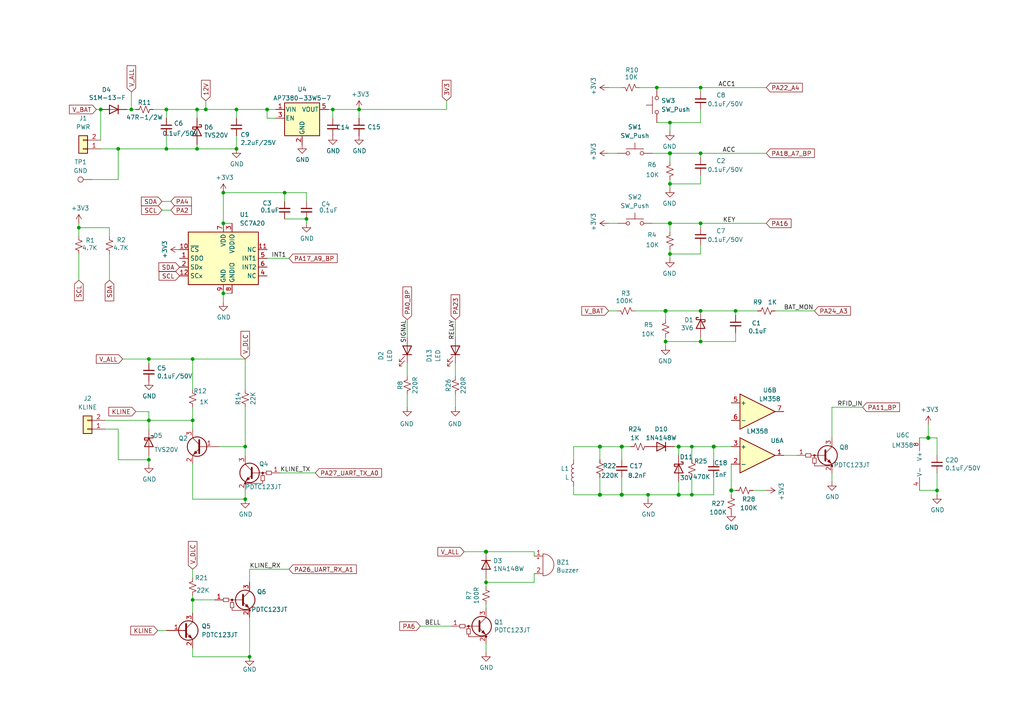
<source format=kicad_sch>
(kicad_sch (version 20231120) (generator "eeschema") (generator_version "8.0")
  (paper "A4")
  (junction (at 193.04 99.06))
  (junction (at 43.18 104.14))
  (junction (at 140.97 160.02) (diameter 1.016))
  (junction (at 48.26 31.75))
  (junction (at 180.34 129.54) (diameter 1.016))
  (junction (at 29.21 31.75))
  (junction (at 194.31 44.45) (diameter 1.016))
  (junction (at 203.2 90.17))
  (junction (at 64.77 64.77))
  (junction (at 200.66 143.51))
  (junction (at 190.5 25.4))
  (junction (at 72.39 190.5))
  (junction (at 194.31 64.77) (diameter 1.016))
  (junction (at 55.88 173.99))
  (junction (at 38.1 31.75))
  (junction (at 104.14 31.75))
  (junction (at 48.26 43.18))
  (junction (at 213.36 90.17))
  (junction (at 71.12 129.54))
  (junction (at 173.99 129.54) (diameter 1.016))
  (junction (at 194.31 35.56))
  (junction (at 43.18 121.92))
  (junction (at 203.2 25.4))
  (junction (at 193.04 90.17) (diameter 1.016))
  (junction (at 187.96 143.51))
  (junction (at 207.01 129.54) (diameter 1.016))
  (junction (at 173.99 143.51) (diameter 1.016))
  (junction (at 64.77 85.09))
  (junction (at 57.15 43.18))
  (junction (at 88.9 63.5))
  (junction (at 82.55 55.88))
  (junction (at 59.69 31.75))
  (junction (at 203.2 99.06))
  (junction (at 212.09 142.24) (diameter 1.016))
  (junction (at 77.47 31.75))
  (junction (at 140.97 168.91))
  (junction (at 57.15 31.75))
  (junction (at 194.31 53.34))
  (junction (at 196.85 129.54) (diameter 1.016))
  (junction (at 203.2 64.77))
  (junction (at 196.85 143.51) (diameter 1.016))
  (junction (at 271.78 142.24))
  (junction (at 96.52 31.75))
  (junction (at 55.88 121.92))
  (junction (at 180.34 143.51) (diameter 1.016))
  (junction (at 55.88 104.14))
  (junction (at 68.58 31.75))
  (junction (at 34.29 43.18))
  (junction (at 200.66 129.54))
  (junction (at 194.31 73.66))
  (junction (at 269.24 127) (diameter 1.016))
  (junction (at 22.86 66.04))
  (junction (at 64.77 55.88))
  (junction (at 43.18 133.35))
  (junction (at 71.12 144.78))
  (junction (at 68.58 43.18))
  (junction (at 203.2 44.45))
  (wire (pts (xy 213.36 90.17) (xy 219.71 90.17)))
  (wire (pts (xy 203.2 25.4) (xy 203.2 26.67)))
  (wire (pts (xy 64.77 55.88) (xy 64.77 64.77)))
  (wire (pts (xy 55.88 124.46) (xy 55.88 121.92)))
  (wire (pts (xy 195.58 129.54) (xy 196.85 129.54)))
  (wire (pts (xy 207.01 129.54) (xy 212.09 129.54)))
  (wire (pts (xy 166.37 129.54) (xy 173.99 129.54)))
  (wire (pts (xy 200.66 138.43) (xy 200.66 143.51)))
  (wire (pts (xy 64.77 87.63) (xy 64.77 85.09)))
  (wire (pts (xy 196.85 129.54) (xy 196.85 132.08)))
  (wire (pts (xy 72.39 190.5) (xy 55.88 190.5)))
  (wire (pts (xy 173.99 138.43) (xy 173.99 143.51)))
  (wire (pts (xy 194.31 64.77) (xy 194.31 67.31)))
  (wire (pts (xy 193.04 100.33) (xy 193.04 99.06)))
  (wire (pts (xy 241.3 118.11) (xy 241.3 127)))
  (wire (pts (xy 35.56 104.14) (xy 43.18 104.14)))
  (wire (pts (xy 203.2 99.06) (xy 203.2 97.79)))
  (wire (pts (xy 77.47 31.75) (xy 80.01 31.75)))
  (wire (pts (xy 71.12 132.08) (xy 71.12 129.54)))
  (wire (pts (xy 194.31 53.34) (xy 203.2 53.34)))
  (wire (pts (xy 184.15 90.17) (xy 193.04 90.17)))
  (wire (pts (xy 104.14 31.75) (xy 104.14 34.29)))
  (wire (pts (xy 269.24 123.19) (xy 269.24 127)))
  (wire (pts (xy 43.18 121.92) (xy 43.18 124.46)))
  (wire (pts (xy 140.97 170.18) (xy 140.97 168.91)))
  (wire (pts (xy 231.14 132.08) (xy 227.33 132.08)))
  (wire (pts (xy 166.37 129.54) (xy 166.37 133.35)))
  (wire (pts (xy 194.31 35.56) (xy 203.2 35.56)))
  (wire (pts (xy 203.2 71.12) (xy 203.2 73.66)))
  (wire (pts (xy 196.85 139.7) (xy 196.85 143.51)))
  (wire (pts (xy 213.36 142.24) (xy 212.09 142.24)))
  (wire (pts (xy 194.31 74.93) (xy 194.31 73.66)))
  (wire (pts (xy 180.34 138.43) (xy 180.34 143.51)))
  (wire (pts (xy 207.01 138.43) (xy 207.01 143.51)))
  (wire (pts (xy 63.5 129.54) (xy 71.12 129.54)))
  (wire (pts (xy 30.48 124.46) (xy 34.29 124.46)))
  (wire (pts (xy 83.82 74.93) (xy 77.47 74.93)))
  (wire (pts (xy 22.86 64.77) (xy 22.86 66.04)))
  (wire (pts (xy 241.3 118.11) (xy 250.19 118.11)))
  (wire (pts (xy 203.2 64.77) (xy 222.25 64.77)))
  (wire (pts (xy 203.2 44.45) (xy 203.2 45.72)))
  (wire (pts (xy 43.18 133.35) (xy 43.18 134.62)))
  (wire (pts (xy 200.66 129.54) (xy 207.01 129.54)))
  (wire (pts (xy 173.99 129.54) (xy 180.34 129.54)))
  (wire (pts (xy 241.3 139.7) (xy 241.3 137.16)))
  (wire (pts (xy 68.58 39.37) (xy 68.58 43.18)))
  (wire (pts (xy 154.94 166.37) (xy 154.94 168.91)))
  (wire (pts (xy 48.26 43.18) (xy 57.15 43.18)))
  (wire (pts (xy 34.29 52.07) (xy 34.29 43.18)))
  (wire (pts (xy 185.42 25.4) (xy 190.5 25.4)))
  (wire (pts (xy 71.12 144.78) (xy 55.88 144.78)))
  (wire (pts (xy 140.97 168.91) (xy 154.94 168.91)))
  (wire (pts (xy 203.2 50.8) (xy 203.2 53.34)))
  (wire (pts (xy 45.72 182.88) (xy 48.26 182.88)))
  (wire (pts (xy 271.78 137.16) (xy 271.78 142.24)))
  (wire (pts (xy 203.2 44.45) (xy 222.25 44.45)))
  (wire (pts (xy 80.01 34.29) (xy 77.47 34.29)))
  (wire (pts (xy 83.82 165.1) (xy 72.39 165.1)))
  (wire (pts (xy 203.2 31.75) (xy 203.2 35.56)))
  (wire (pts (xy 26.67 52.07) (xy 34.29 52.07)))
  (wire (pts (xy 194.31 44.45) (xy 194.31 46.99)))
  (wire (pts (xy 31.75 66.04) (xy 22.86 66.04)))
  (wire (pts (xy 180.34 129.54) (xy 180.34 133.35)))
  (wire (pts (xy 176.53 64.77) (xy 179.07 64.77)))
  (wire (pts (xy 39.37 119.38) (xy 43.18 119.38)))
  (wire (pts (xy 55.88 177.8) (xy 55.88 173.99)))
  (wire (pts (xy 43.18 121.92) (xy 55.88 121.92)))
  (wire (pts (xy 203.2 99.06) (xy 213.36 99.06)))
  (wire (pts (xy 132.08 97.79) (xy 132.08 92.71)))
  (wire (pts (xy 173.99 143.51) (xy 180.34 143.51)))
  (wire (pts (xy 55.88 134.62) (xy 55.88 144.78)))
  (wire (pts (xy 55.88 104.14) (xy 71.12 104.14)))
  (wire (pts (xy 68.58 31.75) (xy 77.47 31.75)))
  (wire (pts (xy 36.83 31.75) (xy 38.1 31.75)))
  (wire (pts (xy 213.36 90.17) (xy 213.36 91.44)))
  (wire (pts (xy 81.28 137.16) (xy 91.44 137.16)))
  (wire (pts (xy 154.94 160.02) (xy 154.94 161.29)))
  (wire (pts (xy 176.53 44.45) (xy 179.07 44.45)))
  (wire (pts (xy 82.55 55.88) (xy 88.9 55.88)))
  (wire (pts (xy 44.45 31.75) (xy 48.26 31.75)))
  (wire (pts (xy 57.15 34.29) (xy 57.15 31.75)))
  (wire (pts (xy 194.31 44.45) (xy 203.2 44.45)))
  (wire (pts (xy 71.12 104.14) (xy 71.12 113.03)))
  (wire (pts (xy 193.04 90.17) (xy 203.2 90.17)))
  (wire (pts (xy 71.12 142.24) (xy 71.12 144.78)))
  (wire (pts (xy 179.07 90.17) (xy 176.53 90.17)))
  (wire (pts (xy 57.15 41.91) (xy 57.15 43.18)))
  (wire (pts (xy 71.12 129.54) (xy 71.12 118.11)))
  (wire (pts (xy 271.78 132.08) (xy 271.78 127)))
  (wire (pts (xy 82.55 58.42) (xy 82.55 55.88)))
  (wire (pts (xy 187.96 143.51) (xy 196.85 143.51)))
  (wire (pts (xy 203.2 25.4) (xy 222.25 25.4)))
  (wire (pts (xy 38.1 31.75) (xy 39.37 31.75)))
  (wire (pts (xy 269.24 127) (xy 266.7 127)))
  (wire (pts (xy 48.26 39.37) (xy 48.26 43.18)))
  (wire (pts (xy 182.88 129.54) (xy 180.34 129.54)))
  (wire (pts (xy 140.97 175.26) (xy 140.97 176.53)))
  (wire (pts (xy 57.15 31.75) (xy 59.69 31.75)))
  (wire (pts (xy 57.15 43.18) (xy 68.58 43.18)))
  (wire (pts (xy 104.14 31.75) (xy 129.54 31.75)))
  (wire (pts (xy 224.79 90.17) (xy 236.22 90.17)))
  (wire (pts (xy 121.92 181.61) (xy 130.81 181.61)))
  (wire (pts (xy 194.31 52.07) (xy 194.31 53.34)))
  (wire (pts (xy 196.85 143.51) (xy 200.66 143.51)))
  (wire (pts (xy 140.97 167.64) (xy 140.97 168.91)))
  (wire (pts (xy 55.88 104.14) (xy 55.88 113.03)))
  (wire (pts (xy 55.88 118.11) (xy 55.88 121.92)))
  (wire (pts (xy 82.55 63.5) (xy 88.9 63.5)))
  (wire (pts (xy 43.18 119.38) (xy 43.18 121.92)))
  (wire (pts (xy 194.31 64.77) (xy 203.2 64.77)))
  (wire (pts (xy 194.31 72.39) (xy 194.31 73.66)))
  (wire (pts (xy 194.31 54.61) (xy 194.31 53.34)))
  (wire (pts (xy 72.39 165.1) (xy 72.39 168.91)))
  (wire (pts (xy 88.9 55.88) (xy 88.9 58.42)))
  (wire (pts (xy 43.18 132.08) (xy 43.18 133.35)))
  (wire (pts (xy 22.86 73.66) (xy 22.86 81.28)))
  (wire (pts (xy 77.47 34.29) (xy 77.47 31.75)))
  (wire (pts (xy 173.99 129.54) (xy 173.99 133.35)))
  (wire (pts (xy 34.29 43.18) (xy 48.26 43.18)))
  (wire (pts (xy 140.97 186.69) (xy 140.97 189.23)))
  (wire (pts (xy 64.77 85.09) (xy 67.31 85.09)))
  (wire (pts (xy 207.01 129.54) (xy 207.01 133.35)))
  (wire (pts (xy 187.96 143.51) (xy 187.96 144.78)))
  (wire (pts (xy 43.18 104.14) (xy 43.18 105.41)))
  (wire (pts (xy 180.34 143.51) (xy 187.96 143.51)))
  (wire (pts (xy 271.78 127) (xy 269.24 127)))
  (wire (pts (xy 72.39 190.5) (xy 72.39 179.07)))
  (wire (pts (xy 189.23 44.45) (xy 194.31 44.45)))
  (wire (pts (xy 34.29 133.35) (xy 43.18 133.35)))
  (wire (pts (xy 200.66 129.54) (xy 200.66 133.35)))
  (wire (pts (xy 200.66 143.51) (xy 207.01 143.51)))
  (wire (pts (xy 271.78 142.24) (xy 271.78 143.51)))
  (wire (pts (xy 64.77 55.88) (xy 82.55 55.88)))
  (wire (pts (xy 203.2 64.77) (xy 203.2 66.04)))
  (wire (pts (xy 88.9 64.77) (xy 88.9 63.5)))
  (wire (pts (xy 38.1 26.67) (xy 38.1 31.75)))
  (wire (pts (xy 48.26 31.75) (xy 48.26 34.29)))
  (wire (pts (xy 213.36 96.52) (xy 213.36 99.06)))
  (wire (pts (xy 193.04 99.06) (xy 193.04 97.79)))
  (wire (pts (xy 55.88 173.99) (xy 62.23 173.99)))
  (wire (pts (xy 132.08 105.41) (xy 132.08 109.22)))
  (wire (pts (xy 29.21 31.75) (xy 29.21 40.64)))
  (wire (pts (xy 194.31 38.1) (xy 194.31 35.56)))
  (wire (pts (xy 212.09 142.24) (xy 212.09 143.51)))
  (wire (pts (xy 95.25 31.75) (xy 96.52 31.75)))
  (wire (pts (xy 140.97 160.02) (xy 154.94 160.02)))
  (wire (pts (xy 140.97 160.02) (xy 134.62 160.02)))
  (wire (pts (xy 30.48 121.92) (xy 43.18 121.92)))
  (wire (pts (xy 190.5 25.4) (xy 203.2 25.4)))
  (wire (pts (xy 196.85 129.54) (xy 200.66 129.54)))
  (wire (pts (xy 68.58 31.75) (xy 68.58 34.29)))
  (wire (pts (xy 96.52 31.75) (xy 96.52 34.29)))
  (wire (pts (xy 49.53 60.96) (xy 46.99 60.96)))
  (wire (pts (xy 218.44 142.24) (xy 222.25 142.24)))
  (wire (pts (xy 59.69 31.75) (xy 68.58 31.75)))
  (wire (pts (xy 266.7 142.24) (xy 271.78 142.24)))
  (wire (pts (xy 22.86 66.04) (xy 22.86 68.58)))
  (wire (pts (xy 212.09 134.62) (xy 212.09 142.24)))
  (wire (pts (xy 55.88 187.96) (xy 55.88 190.5)))
  (wire (pts (xy 31.75 68.58) (xy 31.75 66.04)))
  (wire (pts (xy 34.29 124.46) (xy 34.29 133.35)))
  (wire (pts (xy 166.37 143.51) (xy 173.99 143.51)))
  (wire (pts (xy 29.21 43.18) (xy 34.29 43.18)))
  (wire (pts (xy 55.88 172.72) (xy 55.88 173.99)))
  (wire (pts (xy 27.94 31.75) (xy 29.21 31.75)))
  (wire (pts (xy 118.11 97.79) (xy 118.11 92.71)))
  (wire (pts (xy 31.75 81.28) (xy 31.75 73.66)))
  (wire (pts (xy 189.23 64.77) (xy 194.31 64.77)))
  (wire (pts (xy 176.53 25.4) (xy 180.34 25.4)))
  (wire (pts (xy 132.08 114.3) (xy 132.08 118.11)))
  (wire (pts (xy 166.37 140.97) (xy 166.37 143.51)))
  (wire (pts (xy 48.26 31.75) (xy 57.15 31.75)))
  (wire (pts (xy 193.04 99.06) (xy 203.2 99.06)))
  (wire (pts (xy 96.52 31.75) (xy 104.14 31.75)))
  (wire (pts (xy 118.11 114.3) (xy 118.11 118.11)))
  (wire (pts (xy 55.88 165.1) (xy 55.88 167.64)))
  (wire (pts (xy 67.31 64.77) (xy 64.77 64.77)))
  (wire (pts (xy 203.2 90.17) (xy 213.36 90.17)))
  (wire (pts (xy 59.69 29.21) (xy 59.69 31.75)))
  (wire (pts (xy 49.53 58.42) (xy 46.99 58.42)))
  (wire (pts (xy 190.5 35.56) (xy 194.31 35.56)))
  (wire (pts (xy 43.18 104.14) (xy 55.88 104.14)))
  (wire (pts (xy 194.31 73.66) (xy 203.2 73.66)))
  (wire (pts (xy 118.11 105.41) (xy 118.11 109.22)))
  (wire (pts (xy 193.04 90.17) (xy 193.04 92.71)))
  (wire (pts (xy 129.54 29.21) (xy 129.54 31.75)))
  (label "RFID_IN" (at 250.19 118.11 180))
  (label "SIGNAL" (at 118.11 92.71 270))
  (label "ACC" (at 213.36 44.45 180))
  (label "ACC1" (at 213.36 25.4 180))
  (label "BAT_MON" (at 227.33 90.17 0))
  (label "INT1" (at 78.74 74.93 0))
  (label "KLINE_TX" (at 81.28 137.16 0))
  (label "BELL" (at 123.19 181.61 0))
  (label "KLINE_RX" (at 72.39 165.1 0))
  (label "KEY" (at 213.36 64.77 180))
  (label "RELAY" (at 132.08 92.71 270))
  (global_label "PA4" (shape input) (at 49.53 58.42 0) (property "Intersheetrefs" "${INTERSHEET_REFS}" (effects (hide yes))))
  (global_label "PA27_UART_TX_A0" (shape input) (at 91.44 137.16 0) (property "Intersheetrefs" "${INTERSHEET_REFS}" (effects (hide yes))))
  (global_label "V_DLC" (shape input) (at 55.88 165.1 90) (property "Intersheetrefs" "${INTERSHEET_REFS}" (effects (hide yes))))
  (global_label "V_BAT" (shape input) (at 176.53 90.17 180) (property "Intersheetrefs" "${INTERSHEET_REFS}" (effects (hide yes))))
  (global_label "3V3" (shape input) (at 129.54 29.21 90) (property "Intersheetrefs" "${INTERSHEET_REFS}" (effects (hide yes))))
  (global_label "V_DLC" (shape input) (at 71.12 104.14 90) (property "Intersheetrefs" "${INTERSHEET_REFS}" (effects (hide yes))))
  (global_label "PA11_BP" (shape input) (at 250.19 118.11 0) (property "Intersheetrefs" "${INTERSHEET_REFS}" (effects (hide yes))))
  (global_label "PA0_BP" (shape input) (at 118.11 92.71 90) (property "Intersheetrefs" "${INTERSHEET_REFS}" (effects (hide yes))))
  (global_label "V_ALL" (shape input) (at 35.56 104.14 180) (property "Intersheetrefs" "${INTERSHEET_REFS}" (effects (hide yes))))
  (global_label "KLINE" (shape input) (at 39.37 119.38 180) (property "Intersheetrefs" "${INTERSHEET_REFS}" (effects (hide yes))))
  (global_label "SCL" (shape input) (at 52.07 80.01 180) (property "Intersheetrefs" "${INTERSHEET_REFS}" (effects (hide yes))))
  (global_label "PA2" (shape input) (at 49.53 60.96 0) (property "Intersheetrefs" "${INTERSHEET_REFS}" (effects (hide yes))))
  (global_label "SCL" (shape input) (at 22.86 81.28 270) (property "Intersheetrefs" "${INTERSHEET_REFS}" (effects (hide yes))))
  (global_label "PA17_A9_BP" (shape input) (at 83.82 74.93 0) (property "Intersheetrefs" "${INTERSHEET_REFS}" (effects (hide yes))))
  (global_label "V_BAT" (shape input) (at 27.94 31.75 180) (property "Intersheetrefs" "${INTERSHEET_REFS}" (effects (hide yes))))
  (global_label "PA26_UART_RX_A1" (shape input) (at 83.82 165.1 0) (property "Intersheetrefs" "${INTERSHEET_REFS}" (effects (hide yes))))
  (global_label "PA6" (shape input) (at 121.92 181.61 180) (property "Intersheetrefs" "${INTERSHEET_REFS}" (effects (hide yes))))
  (global_label "SDA" (shape input) (at 46.99 58.42 180) (property "Intersheetrefs" "${INTERSHEET_REFS}" (effects (hide yes))))
  (global_label "SDA" (shape input) (at 52.07 77.47 180) (property "Intersheetrefs" "${INTERSHEET_REFS}" (effects (hide yes))))
  (global_label "PA16" (shape input) (at 222.25 64.77 0) (property "Intersheetrefs" "${INTERSHEET_REFS}" (effects (hide yes))))
  (global_label "PA18_A7_BP" (shape input) (at 222.25 44.45 0) (property "Intersheetrefs" "${INTERSHEET_REFS}" (effects (hide yes))))
  (global_label "V_ALL" (shape input) (at 38.1 26.67 90) (property "Intersheetrefs" "${INTERSHEET_REFS}" (effects (hide yes))))
  (global_label "12V" (shape input) (at 59.69 29.21 90) (property "Intersheetrefs" "${INTERSHEET_REFS}" (effects (hide yes))))
  (global_label "PA24_A3" (shape input) (at 236.22 90.17 0) (property "Intersheetrefs" "${INTERSHEET_REFS}" (effects (hide yes))))
  (global_label "PA22_A4" (shape input) (at 222.25 25.4 0) (property "Intersheetrefs" "${INTERSHEET_REFS}" (effects (hide yes))))
  (global_label "SDA" (shape input) (at 31.75 81.28 270) (property "Intersheetrefs" "${INTERSHEET_REFS}" (effects (hide yes))))
  (global_label "V_ALL" (shape input) (at 134.62 160.02 180) (property "Intersheetrefs" "${INTERSHEET_REFS}" (effects (hide yes))))
  (global_label "KLINE" (shape input) (at 45.72 182.88 180) (property "Intersheetrefs" "${INTERSHEET_REFS}" (effects (hide yes))))
  (global_label "SCL" (shape input) (at 46.99 60.96 180) (property "Intersheetrefs" "${INTERSHEET_REFS}" (effects (hide yes))))
  (global_label "PA23" (shape input) (at 132.08 92.71 90) (property "Intersheetrefs" "${INTERSHEET_REFS}" (effects (hide yes))))
  (symbol (lib_id "Diode:1N5711") (at 43.18 128.27 270) (unit 1)
    (property "Reference" "D5" (at 44.45 126.3396 90) (effects (justify left)))
    (property "Value" "TVS20V" (at 44.704 130.429 90) (effects (justify left)))
    (property "Footprint" "Diode_SMD:D_SMA" (effects (hide yes)))
    (property "Description" "TVS DIODE 20V 32.4V SMA" (effects (hide yes)))
    (property "IKY-MPN" "IKY-CF002" (effects (hide yes)))
    (property "Manufacturer P/N" "SMAJ20CA-13-F" (effects (hide yes)))
  )
  (symbol (lib_id "Device:R_Small_US") (at 31.75 71.12 0) (unit 1)
    (property "Reference" "R2" (at 35.179 69.596 0))
    (property "Value" "4.7K" (at 35.052 71.882 0))
    (property "Footprint" "Resistor_SMD:R_0603_1608Metric" (effects (hide yes)))
    (property "Description" "RES SMD 4.7K OHM 5% 1/10W 0402" (effects (hide yes)))
    (property "IKY-MPN" "IKY-MA039" (effects (hide yes)))
    (property "Manufacturer P/N" "RC0402JR-074K7L" (effects (hide yes)))
  )
  (symbol (lib_id "power:GND") (at 132.08 118.11 0) (mirror y) (unit 1)
    (property "Reference" "#PWR035" (effects (hide yes)))
    (property "Value" "GND" (at 131.953 122.9614 0))
  )
  (symbol (lib_id "Device:Q_NPN_BEC_BRT") (at 72.39 137.16 0) (mirror y) (unit 1)
    (property "Reference" "Q4" (at 77.8764 134.5692 0) (effects (justify left)))
    (property "Value" "PDTC123JT" (at 81.661 141.224 0) (effects (justify left)))
    (property "Footprint" "Package_TO_SOT_SMD:SOT-23" (effects (hide yes)))
    (property "Description" "TRANS PREBIAS NPN 250MW TO236AB" (effects (hide yes)))
    (property "IKY-MPN" "IKY-B015" (effects (hide yes)))
    (property "Manufacturer P/N" "PDTC123JT,215" (effects (hide yes)))
  )
  (symbol (lib_id "Device:LED") (at 132.08 101.6 270) (mirror x) (unit 1)
    (property "Reference" "D13" (at 124.46 103.1875 0))
    (property "Value" "LED" (at 127 103.1875 0))
    (property "Footprint" "LED_SMD:LED_0603_1608Metric" (effects (hide yes)))
    (property "Description" "Light emitting diode" (effects (hide yes)))
  )
  (symbol (lib_id "Device:R_Small_US") (at 193.04 95.25 0) (mirror x) (unit 1)
    (property "Reference" "R5" (at 188.087 94.2086 0))
    (property "Value" "10K" (at 187.96 96.8756 0))
    (property "Footprint" "Resistor_SMD:R_0603_1608Metric" (effects (hide yes)))
    (property "Description" "RES SMD 10K OHM 1% 1/16W 0402" (effects (hide yes)))
    (property "IKY-MPN" "IKY-GPS023" (effects (hide yes)))
    (property "Manufacturer P/N" "RC0402FR-0710KL" (effects (hide yes)))
  )
  (symbol (lib_id "power:+3.3V") (at 22.86 64.77 0) (unit 1)
    (property "Reference" "#PWR01" (effects (hide yes)))
    (property "Value" "+3V3" (at 23.241 60.3758 0))
  )
  (symbol (lib_id "power:+3.3V") (at 176.53 44.45 90) (unit 1)
    (property "Reference" "#PWR013" (effects (hide yes)))
    (property "Value" "+3V3" (at 172.1358 44.069 0))
  )
  (symbol (lib_id "power:+3.3V") (at 269.24 123.19 0) (unit 1)
    (property "Reference" "#PWR017" (effects (hide yes)))
    (property "Value" "+3V3" (at 269.621 118.7958 0))
  )
  (symbol (lib_id "Device:C_Small") (at 213.36 93.98 0) (mirror y) (unit 1)
    (property "Reference" "C1" (at 220.726 93.726 0) (effects (justify left)))
    (property "Value" "0.1uF" (at 222.504 96.012 0) (effects (justify left)))
    (property "Footprint" "Capacitor_SMD:C_0603_1608Metric" (effects (hide yes)))
    (property "Description" "CAP CER 0.1UF 50V X7R 0402" (effects (hide yes)))
    (property "IKY-MPN" "IKY-MA002" (effects (hide yes)))
    (property "Manufacturer P/N" "CL05B104KB5NNNC" (effects (hide yes)))
  )
  (symbol (lib_id "Device:R_Small_US") (at 222.25 90.17 270) (unit 1)
    (property "Reference" "R9" (at 219.71 87.63 90))
    (property "Value" "1K" (at 224.028 87.63 90))
    (property "Footprint" "Resistor_SMD:R_0603_1608Metric" (effects (hide yes)))
    (property "Description" "RES SMD 220 OHM 5% 1/16W 0402" (effects (hide yes)))
    (property "IKY-MPN" "IKY-PTK003" (effects (hide yes)))
    (property "Manufacturer P/N" "RC0402JR-07220RL" (effects (hide yes)))
  )
  (symbol (lib_id "Device:C_Small") (at 104.14 36.83 0) (unit 1)
    (property "Reference" "C15" (at 106.553 36.83 0) (effects (justify left)))
    (property "Value" "4.7uF/10V" (effects (hide yes)))
    (property "Footprint" "Capacitor_SMD:C_0603_1608Metric" (effects (hide yes)))
    (property "Description" "CAP CER 4.7UF 10V X5R 0603" (effects (hide yes)))
    (property "IKY-MPN" "IKY-B032" (effects (hide yes)))
    (property "Manufacturer P/N" "CL10A475KP8NNNC" (effects (hide yes)))
  )
  (symbol (lib_id "Device:C_Small") (at 203.2 29.21 0) (mirror y) (unit 1)
    (property "Reference" "C8" (at 210.439 27.6098 0) (effects (justify left)))
    (property "Value" "0.1uF/50V" (at 215.519 30.1498 0) (effects (justify left)))
    (property "Footprint" "Capacitor_SMD:C_0603_1608Metric" (effects (hide yes)))
    (property "Description" "CAP CER 0.1UF 50V X7R 0402" (effects (hide yes)))
    (property "IKY-MPN" "IKY-MA002" (effects (hide yes)))
    (property "Manufacturer P/N" "CL05B104KB5NNNC" (effects (hide yes)))
  )
  (symbol (lib_id "Device:R_Small_US") (at 194.31 69.85 0) (mirror x) (unit 1)
    (property "Reference" "R4" (at 189.103 68.1228 0))
    (property "Value" "10K" (at 189.23 71.0438 0))
    (property "Footprint" "Resistor_SMD:R_0603_1608Metric" (effects (hide yes)))
    (property "Description" "RES SMD 10K OHM 1% 1/16W 0402" (effects (hide yes)))
    (property "IKY-MPN" "IKY-GPS023" (effects (hide yes)))
    (property "Manufacturer P/N" "RC0402FR-0710KL" (effects (hide yes)))
  )
  (symbol (lib_id "Sensor_Motion:SC7A20") (at 64.77 74.93 0) (unit 1)
    (property "Reference" "U1" (at 69.5041 62.23 0) (effects (justify left)))
    (property "Value" "SC7A20" (at 69.5041 64.77 0) (effects (justify left)))
    (property "Footprint" "Package_LGA:LGA-12_2x2mm_P0.5mm" (effects (hide yes)))
    (property "Datasheet" "https://www.silan.com.cn/en/product/details/47.html" (effects (hide yes)))
    (property "Description" "3-Axis Accelerometer, 2/4/8g/16g range, I2C/SPI interface, LGA-12" (effects (hide yes)))
  )
  (symbol (lib_id "Device:C_Small") (at 271.78 134.62 0) (unit 1)
    (property "Reference" "C20" (at 274.1168 133.4516 0) (effects (justify left)))
    (property "Value" "0.1uF/50V" (at 274.117 135.763 0) (effects (justify left)))
    (property "Footprint" "Capacitor_SMD:C_0603_1608Metric" (effects (hide yes)))
    (property "Description" "CAP CER 0.1UF 50V X7R 0402" (effects (hide yes)))
    (property "IKY-MPN" "IKY-MA002" (effects (hide yes)))
    (property "Manufacturer P/N" "CL05B104KB5NNNC" (effects (hide yes)))
  )
  (symbol (lib_id "power:GND") (at 187.96 144.78 0) (unit 1)
    (property "Reference" "#PWR033" (effects (hide yes)))
    (property "Value" "GND" (at 188.087 149.1742 0))
  )
  (symbol (lib_id "Device:Q_NPN_BEC") (at 53.34 182.88 0) (unit 1)
    (property "Reference" "Q5" (at 58.42 181.6099 0) (effects (justify left)))
    (property "Value" "PDTC123JT" (at 58.42 184.1499 0) (effects (justify left)))
    (property "Footprint" "Package_TO_SOT_SMD:SOT-23" (effects (hide yes)))
    (property "Description" "TRANS NPN 40V 0.6A SOT23" (effects (hide yes)))
    (property "IKY-MPN" "IKY-B013" (effects (hide yes)))
    (property "Manufacturer P/N" "PMBT2222A,215" (effects (hide yes)))
  )
  (symbol (lib_id "power:GND") (at 88.9 64.77 0) (unit 1)
    (property "Reference" "#PWR08" (effects (hide yes)))
    (property "Value" "GND" (at 89.027 69.1642 0))
  )
  (symbol (lib_id "power:+3.3V") (at 64.77 55.88 0) (unit 1)
    (property "Reference" "#PWR05" (effects (hide yes)))
    (property "Value" "+3V3" (at 65.151 51.4858 0))
  )
  (symbol (lib_id "Device:R_Small_US") (at 185.42 129.54 270) (unit 1)
    (property "Reference" "R24" (at 184.15 124.46 90))
    (property "Value" "1K" (at 184.15 127 90))
    (property "Footprint" "Resistor_SMD:R_0603_1608Metric" (effects (hide yes)))
    (property "Description" "RES SMD 220 OHM 5% 1/16W 0402" (effects (hide yes)))
    (property "IKY-MPN" "IKY-PTK003" (effects (hide yes)))
    (property "Manufacturer P/N" "RC0402JR-07220RL" (effects (hide yes)))
  )
  (symbol (lib_id "Switch:SW_Push") (at 190.5 30.48 90) (unit 1)
    (property "Reference" "SW3" (at 191.77 29.2099 90) (effects (justify right)))
    (property "Value" "SW_Push" (at 191.77 31.7499 90) (effects (justify right)))
    (property "Footprint" "Button_Switch_THT:SW_PUSH_6mm" (effects (hide yes)))
    (property "Description" "Push button switch, generic, two pins" (effects (hide yes)))
  )
  (symbol (lib_id "power:+3.3V") (at 104.14 31.75 0) (unit 1)
    (property "Reference" "#PWR027" (effects (hide yes)))
    (property "Value" "+3V3" (at 104.521 27.3558 0))
  )
  (symbol (lib_id "Device:C_Small") (at 82.55 60.96 180) (unit 1)
    (property "Reference" "C3" (at 77.47 58.928 0))
    (property "Value" "0.1uF" (at 78.232 60.96 0))
    (property "Footprint" "Capacitor_SMD:C_0603_1608Metric" (effects (hide yes)))
    (property "Description" "CAP CER 0.1UF 50V X7R 0402" (effects (hide yes)))
    (property "IKY-MPN" "IKY-MA002" (effects (hide yes)))
    (property "Manufacturer P/N" "CL05B104KB5NNNC" (effects (hide yes)))
  )
  (symbol (lib_id "power:GND") (at 140.97 189.23 0) (unit 1)
    (property "Reference" "#PWR07" (effects (hide yes)))
    (property "Value" "GND" (at 141.097 193.6242 0))
  )
  (symbol (lib_id "Diode:1N4148W") (at 140.97 163.83 270) (unit 1)
    (property "Reference" "D3" (at 143.002 162.6616 90) (effects (justify left)))
    (property "Value" "1N4148W" (at 143.002 164.973 90) (effects (justify left)))
    (property "Footprint" "Diode_SMD:D_SOD-123" (effects (hide yes)))
    (property "Description" "DIODE GEN PURP 100V 300MA SOD123." (effects (hide yes)))
    (property "IKY-MPN" "IKY-B009" (effects (hide yes)))
    (property "Manufacturer P/N" "1N4148W-7-F" (effects (hide yes)))
  )
  (symbol (lib_id "Device:C_Small") (at 207.01 135.89 180) (unit 1)
    (property "Reference" "C18" (at 211.0232 134.2644 0) (effects (justify left)))
    (property "Value" "1nF" (at 210.921 137.668 0) (effects (justify left)))
    (property "Footprint" "Capacitor_SMD:C_0603_1608Metric" (effects (hide yes)))
    (property "Description" "1nF; 50V; C0G; ±5%; SMD; 0603" (effects (hide yes)))
    (property "IKY-MPN" "IKY-B016" (effects (hide yes)))
    (property "Manufacturer P/N" "CL10C102JB8NNNC" (effects (hide yes)))
  )
  (symbol (lib_id "power:GND") (at 194.31 54.61 0) (mirror y) (unit 1)
    (property "Reference" "#PWR04" (effects (hide yes)))
    (property "Value" "GND" (at 194.183 59.0042 0))
  )
  (symbol (lib_id "Device:R_Small_US") (at 200.66 135.89 180) (unit 1)
    (property "Reference" "R25" (at 203.2508 133.7564 0))
    (property "Value" "470K" (at 203.4794 138.303 0))
    (property "Footprint" "Resistor_SMD:R_0603_1608Metric" (effects (hide yes)))
    (property "Description" "RES SMD 470K OHM 1% 1/10W 0402" (effects (hide yes)))
    (property "IKY-MPN" "IKY-TR020" (effects (hide yes)))
    (property "Manufacturer P/N" "RC0402FR-07470KL" (effects (hide yes)))
  )
  (symbol (lib_id "Connector_Generic:Conn_01x02") (at 24.13 43.18 180) (unit 1)
    (property "Reference" "J1" (at 24.13 34.29 0))
    (property "Value" "PWR" (at 24.13 36.83 0))
    (property "Footprint" "Connector_PinHeader_2.54mm:PinHeader_1x02_P2.54mm_Vertical" (effects (hide yes)))
    (property "Description" "Generic connector, single row, 01x02, script generated (kicad-library-utils/schlib/autogen/connector/)" (effects (hide yes)))
  )
  (symbol (lib_id "Device:R_Small_US") (at 181.61 90.17 90) (mirror x) (unit 1)
    (property "Reference" "R3" (at 181.483 85.09 90))
    (property "Value" "100K" (at 181.102 87.249 90))
    (property "Footprint" "Resistor_SMD:R_0603_1608Metric" (effects (hide yes)))
    (property "Description" "RES SMD 100K OHM 1% 1/16W 0402" (effects (hide yes)))
    (property "IKY-MPN" "IKY-TR022" (effects (hide yes)))
    (property "Manufacturer P/N" "RC0402FR-07100KL" (effects (hide yes)))
  )
  (symbol (lib_id "power:+3.3V") (at 176.53 64.77 90) (unit 1)
    (property "Reference" "#PWR014" (effects (hide yes)))
    (property "Value" "+3V3" (at 172.1358 64.389 0))
  )
  (symbol (lib_id "Amplifier_Operational:LM358") (at 269.24 134.62 0) (unit 3)
    (property "Reference" "U6" (at 261.874 126.1934 0))
    (property "Value" "LM358" (at 261.7978 129.1525 0))
    (property "Footprint" "Package_SO:SOIC-8_3.9x4.9mm_P1.27mm" (effects (hide yes)))
    (property "Description" "OP Amp Dual GP ±15V/30V 8-Pin SO N T/" (effects (hide yes)))
    (property "IKY-MPN" "IKY-B003" (effects (hide yes)))
    (property "Manufacturer P/N" "LM358ADT" (effects (hide yes)))
  )
  (symbol (lib_id "Switch:SW_Push") (at 184.15 44.45 0) (unit 1)
    (property "Reference" "SW1" (at 184.15 36.83 0))
    (property "Value" "SW_Push" (at 184.15 39.37 0))
    (property "Footprint" "Button_Switch_THT:SW_PUSH_6mm" (effects (hide yes)))
    (property "Description" "Push button switch, generic, two pins" (effects (hide yes)))
  )
  (symbol (lib_id "power:+3.3V") (at 222.25 142.24 270) (unit 1)
    (property "Reference" "#PWR018" (effects (hide yes)))
    (property "Value" "+3V3" (at 226.6442 142.621 0))
  )
  (symbol (lib_id "Device:C_Small") (at 180.34 135.89 180) (unit 1)
    (property "Reference" "C17" (at 186.436 135.128 0) (effects (justify left)))
    (property "Value" "8.2nF" (at 187.579 137.922 0) (effects (justify left)))
    (property "Footprint" "Capacitor_SMD:C_0805_2012Metric" (effects (hide yes)))
    (property "Description" "100V 8.2nF (8200PF) X7R 0805 10%" (effects (hide yes)))
    (property "IKY-MPN" "IKY-B008" (effects (hide yes)))
    (property "Manufacturer P/N" "08051C822KAT2A" (effects (hide yes)))
  )
  (symbol (lib_id "Device:Q_NPN_BEC") (at 58.42 129.54 0) (mirror y) (unit 1)
    (property "Reference" "Q2" (at 54.508 127.152 0) (effects (justify left)))
    (property "Value" "PBSS4041NT,215" (effects (hide yes)))
    (property "Footprint" "Package_TO_SOT_SMD:SOT-23" (effects (hide yes)))
    (property "Description" "TRANS NPN 60V 3.8A SOT23" (effects (hide yes)))
    (property "IKY-MPN" "IKY-MA021" (effects (hide yes)))
    (property "Manufacturer P/N" "PBSS4041NT,215" (effects (hide yes)))
  )
  (symbol (lib_id "power:GND") (at 118.11 118.11 0) (mirror y) (unit 1)
    (property "Reference" "#PWR09" (effects (hide yes)))
    (property "Value" "GND" (at 117.983 122.9614 0))
  )
  (symbol (lib_id "Device:R_Small_US") (at 182.88 25.4 90) (mirror x) (unit 1)
    (property "Reference" "R10" (at 183.3118 20.32 90))
    (property "Value" "10K" (at 183.134 22.352 90))
    (property "Footprint" "Resistor_SMD:R_0603_1608Metric" (effects (hide yes)))
    (property "Description" "RES SMD 10K OHM 1% 1/16W 0402" (effects (hide yes)))
    (property "IKY-MPN" "IKY-GPS023" (effects (hide yes)))
    (property "Manufacturer P/N" "RC0402FR-0710KL" (effects (hide yes)))
  )
  (symbol (lib_id "power:+3.3V") (at 176.53 25.4 90) (unit 1)
    (property "Reference" "#PWR010" (effects (hide yes)))
    (property "Value" "+3V3" (at 172.1358 25.019 0))
  )
  (symbol (lib_id "Device:Q_NPN_BEC_BRT") (at 240.03 132.08 0) (unit 1)
    (property "Reference" "Q8" (at 243.4082 129.7431 0) (effects (justify left)))
    (property "Value" "PDTC123JT" (at 241.7826 134.8739 0) (effects (justify left)))
    (property "Footprint" "Package_TO_SOT_SMD:SOT-23" (effects (hide yes)))
    (property "Description" "TRANS PREBIAS NPN 250MW TO236AB" (effects (hide yes)))
    (property "IKY-MPN" "IKY-B015" (effects (hide yes)))
    (property "Manufacturer P/N" "PDTC123JT,215" (effects (hide yes)))
  )
  (symbol (lib_id "power:+3.3V") (at 52.07 72.39 90) (unit 1)
    (property "Reference" "#PWR02" (effects (hide yes)))
    (property "Value" "+3V3" (at 47.752 72.39 0))
  )
  (symbol (lib_id "Device:Q_NPN_BEC_BRT") (at 71.12 173.99 0) (unit 1)
    (property "Reference" "Q6" (at 74.4982 171.6531 0) (effects (justify left)))
    (property "Value" "PDTC123JT" (at 72.8726 176.7839 0) (effects (justify left)))
    (property "Footprint" "Package_TO_SOT_SMD:SOT-23" (effects (hide yes)))
    (property "Description" "TRANS PREBIAS NPN 250MW TO236AB" (effects (hide yes)))
    (property "IKY-MPN" "IKY-B015" (effects (hide yes)))
    (property "Manufacturer P/N" "PDTC123JT,215" (effects (hide yes)))
  )
  (symbol (lib_id "Connector_Generic:Conn_01x02") (at 25.4 124.46 180) (unit 1)
    (property "Reference" "J2" (at 25.4 115.57 0))
    (property "Value" "KLINE" (at 25.4 118.11 0))
    (property "Footprint" "Connector_PinHeader_2.54mm:PinHeader_1x02_P2.54mm_Vertical" (effects (hide yes)))
    (property "Description" "Generic connector, single row, 01x02, script generated (kicad-library-utils/schlib/autogen/connector/)" (effects (hide yes)))
  )
  (symbol (lib_id "power:GND") (at 194.31 74.93 0) (mirror y) (unit 1)
    (property "Reference" "#PWR019" (effects (hide yes)))
    (property "Value" "GND" (at 194.183 79.3242 0))
  )
  (symbol (lib_id "power:GND") (at 43.18 110.49 0) (unit 1)
    (property "Reference" "#PWR012" (effects (hide yes)))
    (property "Value" "GND" (at 43.307 114.8842 0))
  )
  (symbol (lib_id "Device:R_Small_US") (at 118.11 111.76 0) (mirror x) (unit 1)
    (property "Reference" "R8" (at 116.078 111.76 90))
    (property "Value" "220R" (at 120.396 111.76 90))
    (property "Footprint" "Resistor_SMD:R_0603_1608Metric" (effects (hide yes)))
    (property "Description" "RES SMD 220 OHM 5% 1/16W 0402" (effects (hide yes)))
    (property "IKY-MPN" "IKY-PTK003" (effects (hide yes)))
    (property "Manufacturer P/N" "RC0402JR-07220RL" (effects (hide yes)))
  )
  (symbol (lib_id "Device:R_Small_US") (at 71.12 115.57 0) (unit 1)
    (property "Reference" "R14" (at 69.088 115.57 90))
    (property "Value" "22K" (at 73.406 115.57 90))
    (property "Footprint" "Resistor_SMD:R_0603_1608Metric" (effects (hide yes)))
    (property "Description" "RES SMD 22K OHM 5% 1/10W 0603" (effects (hide yes)))
    (property "IKY-MPN" "IKY-B018" (effects (hide yes)))
    (property "Manufacturer P/N" "RC0603JR-0722KL" (effects (hide yes)))
  )
  (symbol (lib_id "Amplifier_Operational:LM358") (at 219.71 132.08 0) (unit 1)
    (property "Reference" "U6" (at 225.3996 127.7936 0))
    (property "Value" "LM358" (at 219.71 125.0885 0))
    (property "Footprint" "Package_SO:SOIC-8_3.9x4.9mm_P1.27mm" (effects (hide yes)))
    (property "Description" "OP Amp Dual GP ±15V/30V 8-Pin SO N T/" (effects (hide yes)))
    (property "IKY-MPN" "IKY-B003" (effects (hide yes)))
    (property "Manufacturer P/N" "LM358ADT" (effects (hide yes)))
  )
  (symbol (lib_id "power:GND") (at 96.52 39.37 0) (unit 1)
    (property "Reference" "#PWR025" (effects (hide yes)))
    (property "Value" "GND" (at 96.647 43.7642 0))
  )
  (symbol (lib_id "Device:LED") (at 118.11 101.6 270) (mirror x) (unit 1)
    (property "Reference" "D2" (at 110.49 103.1875 0))
    (property "Value" "LED" (at 113.03 103.1875 0))
    (property "Footprint" "LED_SMD:LED_0603_1608Metric" (effects (hide yes)))
    (property "Description" "Light emitting diode" (effects (hide yes)))
  )
  (symbol (lib_id "power:GND") (at 43.18 134.62 0) (unit 1)
    (property "Reference" "#PWR011" (effects (hide yes)))
    (property "Value" "GND" (at 43.307 139.0142 0))
  )
  (symbol (lib_id "Device:C_Small") (at 68.58 36.83 0) (unit 1)
    (property "Reference" "C9" (at 69.723 39.0906 0) (effects (justify left)))
    (property "Value" "2.2uF/25V" (at 69.723 41.402 0) (effects (justify left)))
    (property "Footprint" "Capacitor_SMD:C_0603_1608Metric" (effects (hide yes)))
    (property "Description" "CAP CER 2.2UF 25V X5R 0603 10%" (effects (hide yes)))
    (property "IKY-MPN" "IKY-PTM007" (effects (hide yes)))
    (property "Manufacturer P/N" "GRM188R61E225KA12D" (effects (hide yes)))
  )
  (symbol (lib_id "power:GND") (at 241.3 139.7 0) (unit 1)
    (property "Reference" "#PWR036" (effects (hide yes)))
    (property "Value" "GND" (at 241.427 144.0942 0))
  )
  (symbol (lib_id "Device:R_Small_US") (at 140.97 172.72 180) (unit 1)
    (property "Reference" "R7" (at 136.017 172.72 90))
    (property "Value" "100R" (at 138.176 172.72 90))
    (property "Footprint" "Resistor_SMD:R_0805_2012Metric_Pad1.20x1.40mm_HandSolder" (effects (hide yes)))
    (property "Description" "RES 100 OHM 5% 1/8W 0805" (effects (hide yes)))
    (property "IKY-MPN" "IKY-LC032" (effects (hide yes)))
    (property "Manufacturer P/N" "RC0805JR-07100RL" (effects (hide yes)))
  )
  (symbol (lib_id "Device:R_Small_US") (at 22.86 71.12 0) (unit 1)
    (property "Reference" "R1" (at 26.162 69.723 0))
    (property "Value" "4.7K" (at 26.035 71.882 0))
    (property "Footprint" "Resistor_SMD:R_0603_1608Metric" (effects (hide yes)))
    (property "Description" "RES SMD 4.7K OHM 5% 1/10W 0402" (effects (hide yes)))
    (property "IKY-MPN" "IKY-MA039" (effects (hide yes)))
    (property "Manufacturer P/N" "RC0402JR-074K7L" (effects (hide yes)))
  )
  (symbol (lib_id "Diode:1N5711") (at 196.85 135.89 270) (unit 1)
    (property "Reference" "D11" (at 197.1294 132.5372 90) (effects (justify left)))
    (property "Value" "30V" (at 197.1802 138.5824 90) (effects (justify left)))
    (property "Footprint" "Diode_SMD:D_SMA" (effects (hide yes)))
    (property "Description" "DIODE ZENER 30V 1W SMA" (effects (hide yes)))
    (property "IKY-MPN" "IKY-LC019" (effects (hide yes)))
    (property "Manufacturer P/N" "SMAZ30-13-F" (effects (hide yes)))
  )
  (symbol (lib_id "Device:R_Small_US") (at 55.88 170.18 0) (mirror x) (unit 1)
    (property "Reference" "R21" (at 60.4012 167.6145 0) (effects (justify right)))
    (property "Value" "22K" (at 60.8076 171.2213 0) (effects (justify right)))
    (property "Footprint" "Resistor_SMD:R_0603_1608Metric" (effects (hide yes)))
    (property "Description" "RES SMD 22K OHM 5% 1/10W 0603" (effects (hide yes)))
    (property "IKY-MPN" "IKY-B018" (effects (hide yes)))
    (property "Manufacturer P/N" "RC0603JR-0722KL" (effects (hide yes)))
  )
  (symbol (lib_id "power:GND") (at 193.04 100.33 0) (mirror y) (unit 1)
    (property "Reference" "#PWR03" (effects (hide yes)))
    (property "Value" "GND" (at 192.913 104.7242 0))
  )
  (symbol (lib_id "Device:R_Small_US") (at 194.31 49.53 0) (mirror x) (unit 1)
    (property "Reference" "R6" (at 189.103 47.8028 0))
    (property "Value" "10K" (at 189.23 50.7238 0))
    (property "Footprint" "Resistor_SMD:R_0603_1608Metric" (effects (hide yes)))
    (property "Description" "RES SMD 10K OHM 1% 1/16W 0402" (effects (hide yes)))
    (property "IKY-MPN" "IKY-GPS023" (effects (hide yes)))
    (property "Manufacturer P/N" "RC0402FR-0710KL" (effects (hide yes)))
  )
  (symbol (lib_id "Amplifier_Operational:LM358") (at 219.71 119.38 0) (unit 2)
    (property "Reference" "U6" (at 223.266 113.157 0))
    (property "Value" "LM358" (at 223.266 115.697 0))
    (property "Footprint" "Package_SO:SOIC-8_3.9x4.9mm_P1.27mm" (effects (hide yes)))
    (property "Datasheet" "http://www.ti.com/lit/ds/symlink/lm2904-n.pdf" (effects (hide yes)))
    (property "Description" "OP Amp Dual GP ±15V/30V 8-Pin SO N T/" (effects (hide yes)))
    (property "IKY-MPN" "IKY-B003" (effects (hide yes)))
    (property "Manufacturer P/N" "LM358ADT" (effects (hide yes)))
  )
  (symbol (lib_id "Device:R_Small_US") (at 215.9 142.24 270) (unit 1)
    (property "Reference" "R28" (at 217.17 144.78 90))
    (property "Value" "100K" (at 217.17 147.32 90))
    (property "Footprint" "Resistor_SMD:R_0603_1608Metric" (effects (hide yes)))
    (property "Description" "RES SMD 100K OHM 5% 1/10W 0402" (effects (hide yes)))
    (property "IKY-MPN" "IKY-RD034" (effects (hide yes)))
    (property "Manufacturer P/N" "RC0402JR-07100KL" (effects (hide yes)))
  )
  (symbol (lib_id "Diode:1N5711") (at 57.15 38.1 270) (unit 1)
    (property "Reference" "D6" (at 59.182 36.9316 90) (effects (justify left)))
    (property "Value" "TVS20V" (at 59.182 39.243 90) (effects (justify left)))
    (property "Footprint" "Diode_SMD:D_SMA" (effects (hide yes)))
    (property "Description" "TVS DIODE 20V 32.4V SMA" (effects (hide yes)))
    (property "IKY-MPN" "IKY-CF002" (effects (hide yes)))
    (property "Manufacturer P/N" "SMAJ20CA-13-F" (effects (hide yes)))
  )
  (symbol (lib_id "power:GND") (at 71.12 144.78 0) (unit 1)
    (property "Reference" "#PWR015" (effects (hide yes)))
    (property "Value" "GND" (at 71.247 149.1742 0))
  )
  (symbol (lib_id "Device:C_Small") (at 88.9 60.96 0) (unit 1)
    (property "Reference" "C4" (at 94.488 59.182 0))
    (property "Value" "0.1uF" (at 95.25 60.96 0))
    (property "Footprint" "Capacitor_SMD:C_0603_1608Metric" (effects (hide yes)))
    (property "Description" "CAP CER 0.1UF 50V X7R 0402" (effects (hide yes)))
    (property "IKY-MPN" "IKY-MA002" (effects (hide yes)))
    (property "Manufacturer P/N" "CL05B104KB5NNNC" (effects (hide yes)))
  )
  (symbol (lib_id "Regulator_Linear:AP2112K-3.3") (at 87.63 34.29 0) (unit 1)
    (property "Reference" "U4" (at 87.63 25.908 0))
    (property "Value" "AP7380-33W5-7" (at 87.63 28.448 0))
    (property "Footprint" "Package_TO_SOT_SMD:SOT-23-5" (effects (hide yes)))
    (property "Datasheet" "https://www.diodes.com/assets/Datasheets/AP2112.pdf" (effects (hide yes)))
    (property "Description" "IC REG LINEAR 3.3V 150MA SOT25" (effects (hide yes)))
    (property "IKY-MPN" "IKY-SK029" (effects (hide yes)))
    (property "Manufacturer P/N" "AP7380-33W5-7" (effects (hide yes)))
  )
  (symbol (lib_id "Device:C_Small") (at 43.18 107.95 0) (unit 1)
    (property "Reference" "C5" (at 45.5168 106.7816 0) (effects (justify left)))
    (property "Value" "0.1uF/50V" (at 45.5168 109.093 0) (effects (justify left)))
    (property "Footprint" "Capacitor_SMD:C_0603_1608Metric" (effects (hide yes)))
    (property "Description" "CAP CER 0.1UF 50V X7R 0402" (effects (hide yes)))
    (property "IKY-MPN" "IKY-MA002" (effects (hide yes)))
    (property "Manufacturer P/N" "CL05B104KB5NNNC" (effects (hide yes)))
  )
  (symbol (lib_id "Device:Q_NPN_BEC_BRT") (at 139.7 181.61 0) (unit 1)
    (property "Reference" "Q1" (at 143.2814 180.4416 0) (effects (justify left)))
    (property "Value" "PDTC123JT" (at 143.281 182.753 0) (effects (justify left)))
    (property "Footprint" "Package_TO_SOT_SMD:SOT-23" (effects (hide yes)))
    (property "Description" "TRANS PREBIAS NPN 250MW TO236AB" (effects (hide yes)))
    (property "IKY-MPN" "IKY-B015" (effects (hide yes)))
    (property "Manufacturer P/N" "PDTC123JT,215" (effects (hide yes)))
  )
  (symbol (lib_id "Device:C_Small") (at 96.52 36.83 0) (unit 1)
    (property "Reference" "C14" (at 99.441 36.957 0))
    (property "Value" "0.1uF/50V" (effects (hide yes)))
    (property "Footprint" "Capacitor_SMD:C_0402_1005Metric" (effects (hide yes)))
    (property "Description" "CAP CER 0.1UF 50V X7R 0402" (effects (hide yes)))
    (property "IKY-MPN" "IKY-MA002" (effects (hide yes)))
    (property "Manufacturer P/N" "CL05B104KB5NNNC" (effects (hide yes)))
  )
  (symbol (lib_id "power:GND") (at 64.77 87.63 0) (unit 1)
    (property "Reference" "#PWR06" (effects (hide yes)))
    (property "Value" "GND" (at 64.897 92.0242 0))
  )
  (symbol (lib_id "Device:R_Small_US") (at 173.99 135.89 180) (unit 1)
    (property "Reference" "R22" (at 176.784 135.128 0))
    (property "Value" "220K" (at 176.911 137.922 0))
    (property "Footprint" "Resistor_SMD:R_0603_1608Metric" (effects (hide yes)))
    (property "Description" "RES SMD 220K OHM 5% 1/10W 0603" (effects (hide yes)))
    (property "IKY-MPN" "IKY-B023" (effects (hide yes)))
    (property "Manufacturer P/N" "RC0603FR-07220KL" (effects (hide yes)))
  )
  (symbol (lib_id "Device:R_Small_US") (at 41.91 31.75 270) (unit 1)
    (property "Reference" "R11" (at 41.91 29.718 90))
    (property "Value" "47R-1/2W" (at 41.91 34.036 90))
    (property "Footprint" "Resistor_SMD:R_1210_3225Metric" (effects (hide yes)))
    (property "Description" "RES SMD 47 OHM 5% 1/2W 1210" (effects (hide yes)))
    (property "IKY-MPN" "IKY-PTM016" (effects (hide yes)))
    (property "Manufacturer P/N" "RC1210JR-0747RL" (effects (hide yes)))
  )
  (symbol (lib_id "power:GND") (at 72.39 190.5 0) (unit 1)
    (property "Reference" "#PWR031" (effects (hide yes)))
    (property "Value" "GND" (at 72.39 194.1576 0))
  )
  (symbol (lib_id "Device:R_Small_US") (at 55.88 115.57 180) (unit 1)
    (property "Reference" "R12" (at 58.039 113.411 0))
    (property "Value" "1K" (at 59.182 116.586 0))
    (property "Footprint" "Resistor_SMD:R_1206_3216Metric" (effects (hide yes)))
    (property "Description" "RES SMD 1K OHM 5% 1/4W 1206" (effects (hide yes)))
    (property "IKY-MPN" "IKY-LC013" (effects (hide yes)))
    (property "Manufacturer P/N" "RC1206JR-071KL" (effects (hide yes)))
  )
  (symbol (lib_id "power:GND") (at 194.31 38.1 0) (mirror y) (unit 1)
    (property "Reference" "#PWR020" (effects (hide yes)))
    (property "Value" "GND" (at 194.183 42.4942 0))
  )
  (symbol (lib_id "Diode:1N4007") (at 33.02 31.75 180) (unit 1)
    (property "Reference" "D4" (at 30.861 26.035 0))
    (property "Value" "S1M-13-F" (at 31.115 28.321 0))
    (property "Footprint" "Diode_SMD:D_SMA" (effects (hide yes)))
    (property "Description" "DIODE GEN PURP 1KV 1A SMA" (effects (hide yes)))
    (property "IKY-MPN" "IKY-B001" (effects (hide yes)))
    (property "Manufacturer P/N" "S1M-13-F" (effects (hide yes)))
  )
  (symbol (lib_id "Device:C_Small") (at 203.2 48.26 0) (mirror y) (unit 1)
    (property "Reference" "C2" (at 210.439 46.6598 0) (effects (justify left)))
    (property "Value" "0.1uF/50V" (at 215.519 49.1998 0) (effects (justify left)))
    (property "Footprint" "Capacitor_SMD:C_0603_1608Metric" (effects (hide yes)))
    (property "Description" "CAP CER 0.1UF 50V X7R 0402" (effects (hide yes)))
    (property "IKY-MPN" "IKY-MA002" (effects (hide yes)))
    (property "Manufacturer P/N" "CL05B104KB5NNNC" (effects (hide yes)))
  )
  (symbol (lib_id "Device:L") (at 166.37 137.16 0) (mirror y) (unit 1)
    (property "Reference" "L1" (at 165.1 135.8899 0) (effects (justify left)))
    (property "Value" "L" (at 165.1 138.4299 0) (effects (justify left)))
    (property "Footprint" "Connector_PinHeader_2.54mm:PinHeader_1x02_P2.54mm_Vertical" (effects (hide yes)))
    (property "Description" "Inductor" (effects (hide yes)))
  )
  (symbol (lib_id "power:GND") (at 68.58 43.18 0) (unit 1)
    (property "Reference" "#PWR016" (effects (hide yes)))
    (property "Value" "GND" (at 68.707 47.5742 0))
  )
  (symbol (lib_id "Diode:1N4148W") (at 191.77 129.54 180) (unit 1)
    (property "Reference" "D10" (at 191.77 124.46 0))
    (property "Value" "1N4148W" (at 191.77 127 0))
    (property "Footprint" "Diode_SMD:D_SOD-123" (effects (hide yes)))
    (property "Description" "DIODE GEN PURP 100V 300MA SOD123." (effects (hide yes)))
    (property "IKY-MPN" "IKY-B009" (effects (hide yes)))
    (property "Manufacturer P/N" "1N4148W-7-F" (effects (hide yes)))
  )
  (symbol (lib_id "Device:C_Small") (at 48.26 36.83 0) (unit 1)
    (property "Reference" "C6" (at 51.7906 35.7886 0))
    (property "Value" "0.1uF/50V" (at 52.2478 38.7096 0))
    (property "Footprint" "Capacitor_SMD:C_0603_1608Metric" (effects (hide yes)))
    (property "Description" "CAP CER 0.1UF 50V X7R 0402" (effects (hide yes)))
    (property "IKY-MPN" "IKY-MA002" (effects (hide yes)))
    (property "Manufacturer P/N" "CL05B104KB5NNNC" (effects (hide yes)))
  )
  (symbol (lib_id "Device:R_Small_US") (at 132.08 111.76 0) (mirror x) (unit 1)
    (property "Reference" "R26" (at 130.048 111.76 90))
    (property "Value" "220R" (at 134.366 111.76 90))
    (property "Footprint" "Resistor_SMD:R_0603_1608Metric" (effects (hide yes)))
    (property "Description" "RES SMD 220 OHM 5% 1/16W 0402" (effects (hide yes)))
    (property "IKY-MPN" "IKY-PTK003" (effects (hide yes)))
    (property "Manufacturer P/N" "RC0402JR-07220RL" (effects (hide yes)))
  )
  (symbol (lib_id "power:GND") (at 212.09 148.59 0) (unit 1)
    (property "Reference" "#PWR034" (effects (hide yes)))
    (property "Value" "GND" (at 212.217 152.9842 0))
  )
  (symbol (lib_id "Device:Buzzer") (at 157.48 163.83 0) (unit 1)
    (property "Reference" "BZ1" (at 161.3408 163.0934 0) (effects (justify left)))
    (property "Value" "Buzzer" (at 161.3408 165.4048 0) (effects (justify left)))
    (property "Footprint" "haidv-library:BRT1209PF-06" (effects (hide yes)))
    (property "Description" "BUZZER 40 mA (Max.); 5 VDC; 2400 Hz" (effects (hide yes)))
    (property "IKY-MPN" "IKY-LC004" (effects (hide yes)))
    (property "Manufacturer P/N" "BRT1209PF-06" (effects (hide yes)))
  )
  (symbol (lib_id "power:GND") (at 271.78 143.51 0) (unit 1)
    (property "Reference" "#PWR038" (effects (hide yes)))
    (property "Value" "GND" (at 271.907 147.9042 0))
  )
  (symbol (lib_id "power:GND") (at 104.14 39.37 0) (unit 1)
    (property "Reference" "#PWR028" (effects (hide yes)))
    (property "Value" "GND" (at 104.267 43.7642 0))
  )
  (symbol (lib_id "Device:C_Small") (at 203.2 68.58 0) (mirror y) (unit 1)
    (property "Reference" "C7" (at 210.439 66.9798 0) (effects (justify left)))
    (property "Value" "0.1uF/50V" (at 215.519 69.5198 0) (effects (justify left)))
    (property "Footprint" "Capacitor_SMD:C_0603_1608Metric" (effects (hide yes)))
    (property "Description" "CAP CER 0.1UF 50V X7R 0402" (effects (hide yes)))
    (property "IKY-MPN" "IKY-MA002" (effects (hide yes)))
    (property "Manufacturer P/N" "CL05B104KB5NNNC" (effects (hide yes)))
  )
  (symbol (lib_id "Device:R_Small_US") (at 212.09 146.05 180) (unit 1)
    (property "Reference" "R27" (at 208.28 146.05 0))
    (property "Value" "100K" (at 208.28 148.59 0))
    (property "Footprint" "Resistor_SMD:R_0603_1608Metric" (effects (hide yes)))
    (property "Description" "RES SMD 100K OHM 5% 1/10W 0402" (effects (hide yes)))
    (property "IKY-MPN" "IKY-RD034" (effects (hide yes)))
    (property "Manufacturer P/N" "RC0402JR-07100KL" (effects (hide yes)))
  )
  (symbol (lib_id "Connector:TestPoint") (at 26.67 52.07 90) (unit 1)
    (property "Reference" "TP1" (at 23.368 46.99 90))
    (property "Value" "GND" (at 23.368 49.53 90))
    (property "Footprint" "TestPoint:TestPoint_Pad_D1.0mm" (effects (hide yes)))
    (property "Description" "test point" (effects (hide yes)))
  )
  (symbol (lib_id "power:GND") (at 87.63 41.91 0) (unit 1)
    (property "Reference" "#PWR023" (effects (hide yes)))
    (property "Value" "GND" (at 87.757 46.3042 0))
  )
  (symbol (lib_id "Switch:SW_Push") (at 184.15 64.77 0) (unit 1)
    (property "Reference" "SW2" (at 184.15 57.15 0))
    (property "Value" "SW_Push" (at 184.15 59.69 0))
    (property "Footprint" "Button_Switch_THT:SW_PUSH_6mm" (effects (hide yes)))
    (property "Description" "Push button switch, generic, two pins" (effects (hide yes)))
  )
  (symbol (lib_id "Diode:1N5711") (at 203.2 93.98 90) (mirror x) (unit 1)
    (property "Reference" "D1" (at 201.168 92.8116 90) (effects (justify left)))
    (property "Value" "3V6" (at 201.168 95.123 90) (effects (justify left)))
    (property "Footprint" "Diode_SMD:D_SOD-323" (effects (hide yes)))
    (property "Description" "DIODE ZENER 3.6V 300MW SOD323" (effects (hide yes)))
    (property "IKY-MPN" "IKY-MA040" (effects (hide yes)))
    (property "Manufacturer P/N" "BZX384-C3V6,115" (effects (hide yes)))
  )
)
</source>
